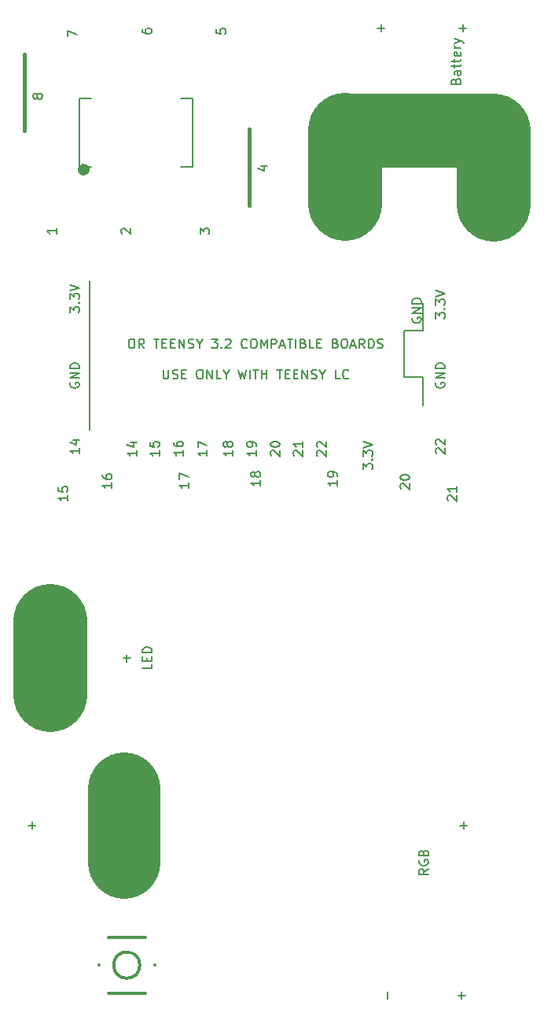
<source format=gto>
%TF.GenerationSoftware,KiCad,Pcbnew,4.0.4+e1-6308~48~ubuntu14.04.1-stable*%
%TF.CreationDate,2016-11-21T12:12:41-08:00*%
%TF.ProjectId,Sample-Set,53616D706C652D5365742E6B69636164,rev?*%
%TF.FileFunction,Legend,Top*%
%FSLAX46Y46*%
G04 Gerber Fmt 4.6, Leading zero omitted, Abs format (unit mm)*
G04 Created by KiCad (PCBNEW 4.0.4+e1-6308~48~ubuntu14.04.1-stable) date Mon Nov 21 12:12:41 2016*
%MOMM*%
%LPD*%
G01*
G04 APERTURE LIST*
%ADD10C,0.350000*%
%ADD11C,7.800000*%
%ADD12C,8.000000*%
%ADD13C,0.150000*%
%ADD14C,0.127000*%
%ADD15C,0.406400*%
%ADD16C,0.800000*%
G04 APERTURE END LIST*
D10*
D11*
X76572000Y-154124000D02*
X76572000Y-146124000D01*
D12*
X68572000Y-136116000D02*
X68572000Y-128116000D01*
D13*
X70342000Y-133616000D02*
X70342000Y-130616000D01*
D14*
X72826000Y-107591000D02*
X72826000Y-91591000D01*
X106727000Y-96891000D02*
X106727000Y-101891000D01*
X108727000Y-96891000D02*
X106727000Y-96891000D01*
X108727000Y-96891000D02*
X108727000Y-93891000D01*
X108727000Y-101891000D02*
X106727000Y-101891000D01*
X108727000Y-101891000D02*
X106727000Y-101891000D01*
X108727000Y-104891000D02*
X108727000Y-101891000D01*
X108727000Y-104891000D02*
X108727000Y-101891000D01*
D15*
X90038000Y-83416000D02*
X90038000Y-75166000D01*
D16*
X72463000Y-79566000D02*
G75*
G03X72463000Y-79566000I-275000J0D01*
G01*
D13*
X71743000Y-79281000D02*
X73013000Y-79281000D01*
X71743000Y-71931000D02*
X73013000Y-71931000D01*
X83953000Y-71931000D02*
X82683000Y-71931000D01*
X83953000Y-79281000D02*
X82683000Y-79281000D01*
X71743000Y-79281000D02*
X71743000Y-71931000D01*
X83953000Y-79281000D02*
X83953000Y-71931000D01*
D15*
X65788000Y-75416000D02*
X65788000Y-67166000D01*
D13*
X74826000Y-168140000D02*
X78826000Y-168140000D01*
X74826000Y-162140000D02*
X78826000Y-162140000D01*
D10*
X73826000Y-165140000D02*
X73826000Y-165140000D01*
X78826000Y-168140000D02*
X74826000Y-168140000D01*
X78826000Y-162140000D02*
X74826000Y-162140000D01*
X79826000Y-165140000D02*
X79826000Y-165140000D01*
X78240214Y-165140000D02*
G75*
G03X78240214Y-165140000I-1414214J0D01*
G01*
D12*
X116346000Y-75362000D02*
X100346000Y-75362000D01*
X116346000Y-83362000D02*
X116346000Y-75362000D01*
X100346000Y-83262000D02*
X100346000Y-75262000D01*
D13*
X66643429Y-150504952D02*
X66643429Y-149743047D01*
X67024381Y-150123999D02*
X66262476Y-150123999D01*
X79643429Y-150504952D02*
X79643429Y-149743047D01*
X79524381Y-132758857D02*
X79524381Y-133235048D01*
X78524381Y-133235048D01*
X79000571Y-132425524D02*
X79000571Y-132092190D01*
X79524381Y-131949333D02*
X79524381Y-132425524D01*
X78524381Y-132425524D01*
X78524381Y-131949333D01*
X79524381Y-131520762D02*
X78524381Y-131520762D01*
X78524381Y-131282667D01*
X78572000Y-131139809D01*
X78667238Y-131044571D01*
X78762476Y-130996952D01*
X78952952Y-130949333D01*
X79095810Y-130949333D01*
X79286286Y-130996952D01*
X79381524Y-131044571D01*
X79476762Y-131139809D01*
X79524381Y-131282667D01*
X79524381Y-131520762D01*
X76843429Y-132496952D02*
X76843429Y-131735047D01*
X77224381Y-132115999D02*
X76462476Y-132115999D01*
X77265618Y-97772381D02*
X77456095Y-97772381D01*
X77551333Y-97820000D01*
X77646571Y-97915238D01*
X77694190Y-98105714D01*
X77694190Y-98439048D01*
X77646571Y-98629524D01*
X77551333Y-98724762D01*
X77456095Y-98772381D01*
X77265618Y-98772381D01*
X77170380Y-98724762D01*
X77075142Y-98629524D01*
X77027523Y-98439048D01*
X77027523Y-98105714D01*
X77075142Y-97915238D01*
X77170380Y-97820000D01*
X77265618Y-97772381D01*
X78694190Y-98772381D02*
X78360856Y-98296190D01*
X78122761Y-98772381D02*
X78122761Y-97772381D01*
X78503714Y-97772381D01*
X78598952Y-97820000D01*
X78646571Y-97867619D01*
X78694190Y-97962857D01*
X78694190Y-98105714D01*
X78646571Y-98200952D01*
X78598952Y-98248571D01*
X78503714Y-98296190D01*
X78122761Y-98296190D01*
X79741809Y-97772381D02*
X80313238Y-97772381D01*
X80027523Y-98772381D02*
X80027523Y-97772381D01*
X80646571Y-98248571D02*
X80979905Y-98248571D01*
X81122762Y-98772381D02*
X80646571Y-98772381D01*
X80646571Y-97772381D01*
X81122762Y-97772381D01*
X81551333Y-98248571D02*
X81884667Y-98248571D01*
X82027524Y-98772381D02*
X81551333Y-98772381D01*
X81551333Y-97772381D01*
X82027524Y-97772381D01*
X82456095Y-98772381D02*
X82456095Y-97772381D01*
X83027524Y-98772381D01*
X83027524Y-97772381D01*
X83456095Y-98724762D02*
X83598952Y-98772381D01*
X83837048Y-98772381D01*
X83932286Y-98724762D01*
X83979905Y-98677143D01*
X84027524Y-98581905D01*
X84027524Y-98486667D01*
X83979905Y-98391429D01*
X83932286Y-98343810D01*
X83837048Y-98296190D01*
X83646571Y-98248571D01*
X83551333Y-98200952D01*
X83503714Y-98153333D01*
X83456095Y-98058095D01*
X83456095Y-97962857D01*
X83503714Y-97867619D01*
X83551333Y-97820000D01*
X83646571Y-97772381D01*
X83884667Y-97772381D01*
X84027524Y-97820000D01*
X84646571Y-98296190D02*
X84646571Y-98772381D01*
X84313238Y-97772381D02*
X84646571Y-98296190D01*
X84979905Y-97772381D01*
X85979905Y-97772381D02*
X86598953Y-97772381D01*
X86265619Y-98153333D01*
X86408477Y-98153333D01*
X86503715Y-98200952D01*
X86551334Y-98248571D01*
X86598953Y-98343810D01*
X86598953Y-98581905D01*
X86551334Y-98677143D01*
X86503715Y-98724762D01*
X86408477Y-98772381D01*
X86122762Y-98772381D01*
X86027524Y-98724762D01*
X85979905Y-98677143D01*
X87027524Y-98677143D02*
X87075143Y-98724762D01*
X87027524Y-98772381D01*
X86979905Y-98724762D01*
X87027524Y-98677143D01*
X87027524Y-98772381D01*
X87456095Y-97867619D02*
X87503714Y-97820000D01*
X87598952Y-97772381D01*
X87837048Y-97772381D01*
X87932286Y-97820000D01*
X87979905Y-97867619D01*
X88027524Y-97962857D01*
X88027524Y-98058095D01*
X87979905Y-98200952D01*
X87408476Y-98772381D01*
X88027524Y-98772381D01*
X89789429Y-98677143D02*
X89741810Y-98724762D01*
X89598953Y-98772381D01*
X89503715Y-98772381D01*
X89360857Y-98724762D01*
X89265619Y-98629524D01*
X89218000Y-98534286D01*
X89170381Y-98343810D01*
X89170381Y-98200952D01*
X89218000Y-98010476D01*
X89265619Y-97915238D01*
X89360857Y-97820000D01*
X89503715Y-97772381D01*
X89598953Y-97772381D01*
X89741810Y-97820000D01*
X89789429Y-97867619D01*
X90408476Y-97772381D02*
X90598953Y-97772381D01*
X90694191Y-97820000D01*
X90789429Y-97915238D01*
X90837048Y-98105714D01*
X90837048Y-98439048D01*
X90789429Y-98629524D01*
X90694191Y-98724762D01*
X90598953Y-98772381D01*
X90408476Y-98772381D01*
X90313238Y-98724762D01*
X90218000Y-98629524D01*
X90170381Y-98439048D01*
X90170381Y-98105714D01*
X90218000Y-97915238D01*
X90313238Y-97820000D01*
X90408476Y-97772381D01*
X91265619Y-98772381D02*
X91265619Y-97772381D01*
X91598953Y-98486667D01*
X91932286Y-97772381D01*
X91932286Y-98772381D01*
X92408476Y-98772381D02*
X92408476Y-97772381D01*
X92789429Y-97772381D01*
X92884667Y-97820000D01*
X92932286Y-97867619D01*
X92979905Y-97962857D01*
X92979905Y-98105714D01*
X92932286Y-98200952D01*
X92884667Y-98248571D01*
X92789429Y-98296190D01*
X92408476Y-98296190D01*
X93360857Y-98486667D02*
X93837048Y-98486667D01*
X93265619Y-98772381D02*
X93598952Y-97772381D01*
X93932286Y-98772381D01*
X94122762Y-97772381D02*
X94694191Y-97772381D01*
X94408476Y-98772381D02*
X94408476Y-97772381D01*
X95027524Y-98772381D02*
X95027524Y-97772381D01*
X95837048Y-98248571D02*
X95979905Y-98296190D01*
X96027524Y-98343810D01*
X96075143Y-98439048D01*
X96075143Y-98581905D01*
X96027524Y-98677143D01*
X95979905Y-98724762D01*
X95884667Y-98772381D01*
X95503714Y-98772381D01*
X95503714Y-97772381D01*
X95837048Y-97772381D01*
X95932286Y-97820000D01*
X95979905Y-97867619D01*
X96027524Y-97962857D01*
X96027524Y-98058095D01*
X95979905Y-98153333D01*
X95932286Y-98200952D01*
X95837048Y-98248571D01*
X95503714Y-98248571D01*
X96979905Y-98772381D02*
X96503714Y-98772381D01*
X96503714Y-97772381D01*
X97313238Y-98248571D02*
X97646572Y-98248571D01*
X97789429Y-98772381D02*
X97313238Y-98772381D01*
X97313238Y-97772381D01*
X97789429Y-97772381D01*
X99313239Y-98248571D02*
X99456096Y-98296190D01*
X99503715Y-98343810D01*
X99551334Y-98439048D01*
X99551334Y-98581905D01*
X99503715Y-98677143D01*
X99456096Y-98724762D01*
X99360858Y-98772381D01*
X98979905Y-98772381D01*
X98979905Y-97772381D01*
X99313239Y-97772381D01*
X99408477Y-97820000D01*
X99456096Y-97867619D01*
X99503715Y-97962857D01*
X99503715Y-98058095D01*
X99456096Y-98153333D01*
X99408477Y-98200952D01*
X99313239Y-98248571D01*
X98979905Y-98248571D01*
X100170381Y-97772381D02*
X100360858Y-97772381D01*
X100456096Y-97820000D01*
X100551334Y-97915238D01*
X100598953Y-98105714D01*
X100598953Y-98439048D01*
X100551334Y-98629524D01*
X100456096Y-98724762D01*
X100360858Y-98772381D01*
X100170381Y-98772381D01*
X100075143Y-98724762D01*
X99979905Y-98629524D01*
X99932286Y-98439048D01*
X99932286Y-98105714D01*
X99979905Y-97915238D01*
X100075143Y-97820000D01*
X100170381Y-97772381D01*
X100979905Y-98486667D02*
X101456096Y-98486667D01*
X100884667Y-98772381D02*
X101218000Y-97772381D01*
X101551334Y-98772381D01*
X102456096Y-98772381D02*
X102122762Y-98296190D01*
X101884667Y-98772381D02*
X101884667Y-97772381D01*
X102265620Y-97772381D01*
X102360858Y-97820000D01*
X102408477Y-97867619D01*
X102456096Y-97962857D01*
X102456096Y-98105714D01*
X102408477Y-98200952D01*
X102360858Y-98248571D01*
X102265620Y-98296190D01*
X101884667Y-98296190D01*
X102884667Y-98772381D02*
X102884667Y-97772381D01*
X103122762Y-97772381D01*
X103265620Y-97820000D01*
X103360858Y-97915238D01*
X103408477Y-98010476D01*
X103456096Y-98200952D01*
X103456096Y-98343810D01*
X103408477Y-98534286D01*
X103360858Y-98629524D01*
X103265620Y-98724762D01*
X103122762Y-98772381D01*
X102884667Y-98772381D01*
X103837048Y-98724762D02*
X103979905Y-98772381D01*
X104218001Y-98772381D01*
X104313239Y-98724762D01*
X104360858Y-98677143D01*
X104408477Y-98581905D01*
X104408477Y-98486667D01*
X104360858Y-98391429D01*
X104313239Y-98343810D01*
X104218001Y-98296190D01*
X104027524Y-98248571D01*
X103932286Y-98200952D01*
X103884667Y-98153333D01*
X103837048Y-98058095D01*
X103837048Y-97962857D01*
X103884667Y-97867619D01*
X103932286Y-97820000D01*
X104027524Y-97772381D01*
X104265620Y-97772381D01*
X104408477Y-97820000D01*
X80765618Y-101074381D02*
X80765618Y-101883905D01*
X80813237Y-101979143D01*
X80860856Y-102026762D01*
X80956094Y-102074381D01*
X81146571Y-102074381D01*
X81241809Y-102026762D01*
X81289428Y-101979143D01*
X81337047Y-101883905D01*
X81337047Y-101074381D01*
X81765618Y-102026762D02*
X81908475Y-102074381D01*
X82146571Y-102074381D01*
X82241809Y-102026762D01*
X82289428Y-101979143D01*
X82337047Y-101883905D01*
X82337047Y-101788667D01*
X82289428Y-101693429D01*
X82241809Y-101645810D01*
X82146571Y-101598190D01*
X81956094Y-101550571D01*
X81860856Y-101502952D01*
X81813237Y-101455333D01*
X81765618Y-101360095D01*
X81765618Y-101264857D01*
X81813237Y-101169619D01*
X81860856Y-101122000D01*
X81956094Y-101074381D01*
X82194190Y-101074381D01*
X82337047Y-101122000D01*
X82765618Y-101550571D02*
X83098952Y-101550571D01*
X83241809Y-102074381D02*
X82765618Y-102074381D01*
X82765618Y-101074381D01*
X83241809Y-101074381D01*
X84622761Y-101074381D02*
X84813238Y-101074381D01*
X84908476Y-101122000D01*
X85003714Y-101217238D01*
X85051333Y-101407714D01*
X85051333Y-101741048D01*
X85003714Y-101931524D01*
X84908476Y-102026762D01*
X84813238Y-102074381D01*
X84622761Y-102074381D01*
X84527523Y-102026762D01*
X84432285Y-101931524D01*
X84384666Y-101741048D01*
X84384666Y-101407714D01*
X84432285Y-101217238D01*
X84527523Y-101122000D01*
X84622761Y-101074381D01*
X85479904Y-102074381D02*
X85479904Y-101074381D01*
X86051333Y-102074381D01*
X86051333Y-101074381D01*
X87003714Y-102074381D02*
X86527523Y-102074381D01*
X86527523Y-101074381D01*
X87527523Y-101598190D02*
X87527523Y-102074381D01*
X87194190Y-101074381D02*
X87527523Y-101598190D01*
X87860857Y-101074381D01*
X88860857Y-101074381D02*
X89098952Y-102074381D01*
X89289429Y-101360095D01*
X89479905Y-102074381D01*
X89718000Y-101074381D01*
X90098952Y-102074381D02*
X90098952Y-101074381D01*
X90432285Y-101074381D02*
X91003714Y-101074381D01*
X90717999Y-102074381D02*
X90717999Y-101074381D01*
X91337047Y-102074381D02*
X91337047Y-101074381D01*
X91337047Y-101550571D02*
X91908476Y-101550571D01*
X91908476Y-102074381D02*
X91908476Y-101074381D01*
X93003714Y-101074381D02*
X93575143Y-101074381D01*
X93289428Y-102074381D02*
X93289428Y-101074381D01*
X93908476Y-101550571D02*
X94241810Y-101550571D01*
X94384667Y-102074381D02*
X93908476Y-102074381D01*
X93908476Y-101074381D01*
X94384667Y-101074381D01*
X94813238Y-101550571D02*
X95146572Y-101550571D01*
X95289429Y-102074381D02*
X94813238Y-102074381D01*
X94813238Y-101074381D01*
X95289429Y-101074381D01*
X95718000Y-102074381D02*
X95718000Y-101074381D01*
X96289429Y-102074381D01*
X96289429Y-101074381D01*
X96718000Y-102026762D02*
X96860857Y-102074381D01*
X97098953Y-102074381D01*
X97194191Y-102026762D01*
X97241810Y-101979143D01*
X97289429Y-101883905D01*
X97289429Y-101788667D01*
X97241810Y-101693429D01*
X97194191Y-101645810D01*
X97098953Y-101598190D01*
X96908476Y-101550571D01*
X96813238Y-101502952D01*
X96765619Y-101455333D01*
X96718000Y-101360095D01*
X96718000Y-101264857D01*
X96765619Y-101169619D01*
X96813238Y-101122000D01*
X96908476Y-101074381D01*
X97146572Y-101074381D01*
X97289429Y-101122000D01*
X97908476Y-101598190D02*
X97908476Y-102074381D01*
X97575143Y-101074381D02*
X97908476Y-101598190D01*
X98241810Y-101074381D01*
X99813239Y-102074381D02*
X99337048Y-102074381D01*
X99337048Y-101074381D01*
X100718001Y-101979143D02*
X100670382Y-102026762D01*
X100527525Y-102074381D01*
X100432287Y-102074381D01*
X100289429Y-102026762D01*
X100194191Y-101931524D01*
X100146572Y-101836286D01*
X100098953Y-101645810D01*
X100098953Y-101502952D01*
X100146572Y-101312476D01*
X100194191Y-101217238D01*
X100289429Y-101122000D01*
X100432287Y-101074381D01*
X100527525Y-101074381D01*
X100670382Y-101122000D01*
X100718001Y-101169619D01*
X102278381Y-111817190D02*
X102278381Y-111198142D01*
X102659333Y-111531476D01*
X102659333Y-111388618D01*
X102706952Y-111293380D01*
X102754571Y-111245761D01*
X102849810Y-111198142D01*
X103087905Y-111198142D01*
X103183143Y-111245761D01*
X103230762Y-111293380D01*
X103278381Y-111388618D01*
X103278381Y-111674333D01*
X103230762Y-111769571D01*
X103183143Y-111817190D01*
X103183143Y-110769571D02*
X103230762Y-110721952D01*
X103278381Y-110769571D01*
X103230762Y-110817190D01*
X103183143Y-110769571D01*
X103278381Y-110769571D01*
X102278381Y-110388619D02*
X102278381Y-109769571D01*
X102659333Y-110102905D01*
X102659333Y-109960047D01*
X102706952Y-109864809D01*
X102754571Y-109817190D01*
X102849810Y-109769571D01*
X103087905Y-109769571D01*
X103183143Y-109817190D01*
X103230762Y-109864809D01*
X103278381Y-109960047D01*
X103278381Y-110245762D01*
X103230762Y-110341000D01*
X103183143Y-110388619D01*
X102278381Y-109483857D02*
X103278381Y-109150524D01*
X102278381Y-108817190D01*
X83468381Y-113241476D02*
X83468381Y-113812905D01*
X83468381Y-113527191D02*
X82468381Y-113527191D01*
X82611238Y-113622429D01*
X82706476Y-113717667D01*
X82754095Y-113812905D01*
X82468381Y-112908143D02*
X82468381Y-112241476D01*
X83468381Y-112670048D01*
X75218381Y-113241476D02*
X75218381Y-113812905D01*
X75218381Y-113527191D02*
X74218381Y-113527191D01*
X74361238Y-113622429D01*
X74456476Y-113717667D01*
X74504095Y-113812905D01*
X74218381Y-112384333D02*
X74218381Y-112574810D01*
X74266000Y-112670048D01*
X74313619Y-112717667D01*
X74456476Y-112812905D01*
X74646952Y-112860524D01*
X75027905Y-112860524D01*
X75123143Y-112812905D01*
X75170762Y-112765286D01*
X75218381Y-112670048D01*
X75218381Y-112479571D01*
X75170762Y-112384333D01*
X75123143Y-112336714D01*
X75027905Y-112289095D01*
X74789810Y-112289095D01*
X74694571Y-112336714D01*
X74646952Y-112384333D01*
X74599333Y-112479571D01*
X74599333Y-112670048D01*
X74646952Y-112765286D01*
X74694571Y-112812905D01*
X74789810Y-112860524D01*
X107601000Y-95492904D02*
X107553381Y-95588142D01*
X107553381Y-95730999D01*
X107601000Y-95873857D01*
X107696238Y-95969095D01*
X107791476Y-96016714D01*
X107981952Y-96064333D01*
X108124810Y-96064333D01*
X108315286Y-96016714D01*
X108410524Y-95969095D01*
X108505762Y-95873857D01*
X108553381Y-95730999D01*
X108553381Y-95635761D01*
X108505762Y-95492904D01*
X108458143Y-95445285D01*
X108124810Y-95445285D01*
X108124810Y-95635761D01*
X108553381Y-95016714D02*
X107553381Y-95016714D01*
X108553381Y-94445285D01*
X107553381Y-94445285D01*
X108553381Y-93969095D02*
X107553381Y-93969095D01*
X107553381Y-93731000D01*
X107601000Y-93588142D01*
X107696238Y-93492904D01*
X107791476Y-93445285D01*
X107981952Y-93397666D01*
X108124810Y-93397666D01*
X108315286Y-93445285D01*
X108410524Y-93492904D01*
X108505762Y-93588142D01*
X108553381Y-93731000D01*
X108553381Y-93969095D01*
X94873619Y-110352905D02*
X94826000Y-110305286D01*
X94778381Y-110210048D01*
X94778381Y-109971952D01*
X94826000Y-109876714D01*
X94873619Y-109829095D01*
X94968857Y-109781476D01*
X95064095Y-109781476D01*
X95206952Y-109829095D01*
X95778381Y-110400524D01*
X95778381Y-109781476D01*
X95778381Y-108829095D02*
X95778381Y-109400524D01*
X95778381Y-109114810D02*
X94778381Y-109114810D01*
X94921238Y-109210048D01*
X95016476Y-109305286D01*
X95064095Y-109400524D01*
X82878381Y-109731476D02*
X82878381Y-110302905D01*
X82878381Y-110017191D02*
X81878381Y-110017191D01*
X82021238Y-110112429D01*
X82116476Y-110207667D01*
X82164095Y-110302905D01*
X81878381Y-108874333D02*
X81878381Y-109064810D01*
X81926000Y-109160048D01*
X81973619Y-109207667D01*
X82116476Y-109302905D01*
X82306952Y-109350524D01*
X82687905Y-109350524D01*
X82783143Y-109302905D01*
X82830762Y-109255286D01*
X82878381Y-109160048D01*
X82878381Y-108969571D01*
X82830762Y-108874333D01*
X82783143Y-108826714D01*
X82687905Y-108779095D01*
X82449810Y-108779095D01*
X82354571Y-108826714D01*
X82306952Y-108874333D01*
X82259333Y-108969571D01*
X82259333Y-109160048D01*
X82306952Y-109255286D01*
X82354571Y-109302905D01*
X82449810Y-109350524D01*
X85479381Y-109781476D02*
X85479381Y-110352905D01*
X85479381Y-110067191D02*
X84479381Y-110067191D01*
X84622238Y-110162429D01*
X84717476Y-110257667D01*
X84765095Y-110352905D01*
X84479381Y-109448143D02*
X84479381Y-108781476D01*
X85479381Y-109210048D01*
X99468381Y-112991476D02*
X99468381Y-113562905D01*
X99468381Y-113277191D02*
X98468381Y-113277191D01*
X98611238Y-113372429D01*
X98706476Y-113467667D01*
X98754095Y-113562905D01*
X99468381Y-112515286D02*
X99468381Y-112324810D01*
X99420762Y-112229571D01*
X99373143Y-112181952D01*
X99230286Y-112086714D01*
X99039810Y-112039095D01*
X98658857Y-112039095D01*
X98563619Y-112086714D01*
X98516000Y-112134333D01*
X98468381Y-112229571D01*
X98468381Y-112420048D01*
X98516000Y-112515286D01*
X98563619Y-112562905D01*
X98658857Y-112610524D01*
X98896952Y-112610524D01*
X98992190Y-112562905D01*
X99039810Y-112515286D01*
X99087429Y-112420048D01*
X99087429Y-112229571D01*
X99039810Y-112134333D01*
X98992190Y-112086714D01*
X98896952Y-112039095D01*
X80328381Y-109781476D02*
X80328381Y-110352905D01*
X80328381Y-110067191D02*
X79328381Y-110067191D01*
X79471238Y-110162429D01*
X79566476Y-110257667D01*
X79614095Y-110352905D01*
X79328381Y-108876714D02*
X79328381Y-109352905D01*
X79804571Y-109400524D01*
X79756952Y-109352905D01*
X79709333Y-109257667D01*
X79709333Y-109019571D01*
X79756952Y-108924333D01*
X79804571Y-108876714D01*
X79899810Y-108829095D01*
X80137905Y-108829095D01*
X80233143Y-108876714D01*
X80280762Y-108924333D01*
X80328381Y-109019571D01*
X80328381Y-109257667D01*
X80280762Y-109352905D01*
X80233143Y-109400524D01*
X91218381Y-112991476D02*
X91218381Y-113562905D01*
X91218381Y-113277191D02*
X90218381Y-113277191D01*
X90361238Y-113372429D01*
X90456476Y-113467667D01*
X90504095Y-113562905D01*
X90646952Y-112420048D02*
X90599333Y-112515286D01*
X90551714Y-112562905D01*
X90456476Y-112610524D01*
X90408857Y-112610524D01*
X90313619Y-112562905D01*
X90266000Y-112515286D01*
X90218381Y-112420048D01*
X90218381Y-112229571D01*
X90266000Y-112134333D01*
X90313619Y-112086714D01*
X90408857Y-112039095D01*
X90456476Y-112039095D01*
X90551714Y-112086714D01*
X90599333Y-112134333D01*
X90646952Y-112229571D01*
X90646952Y-112420048D01*
X90694571Y-112515286D01*
X90742190Y-112562905D01*
X90837429Y-112610524D01*
X91027905Y-112610524D01*
X91123143Y-112562905D01*
X91170762Y-112515286D01*
X91218381Y-112420048D01*
X91218381Y-112229571D01*
X91170762Y-112134333D01*
X91123143Y-112086714D01*
X91027905Y-112039095D01*
X90837429Y-112039095D01*
X90742190Y-112086714D01*
X90694571Y-112134333D01*
X90646952Y-112229571D01*
X106378619Y-113907905D02*
X106331000Y-113860286D01*
X106283381Y-113765048D01*
X106283381Y-113526952D01*
X106331000Y-113431714D01*
X106378619Y-113384095D01*
X106473857Y-113336476D01*
X106569095Y-113336476D01*
X106711952Y-113384095D01*
X107283381Y-113955524D01*
X107283381Y-113336476D01*
X106283381Y-112717429D02*
X106283381Y-112622190D01*
X106331000Y-112526952D01*
X106378619Y-112479333D01*
X106473857Y-112431714D01*
X106664333Y-112384095D01*
X106902429Y-112384095D01*
X107092905Y-112431714D01*
X107188143Y-112479333D01*
X107235762Y-112526952D01*
X107283381Y-112622190D01*
X107283381Y-112717429D01*
X107235762Y-112812667D01*
X107188143Y-112860286D01*
X107092905Y-112907905D01*
X106902429Y-112955524D01*
X106664333Y-112955524D01*
X106473857Y-112907905D01*
X106378619Y-112860286D01*
X106331000Y-112812667D01*
X106283381Y-112717429D01*
X97374619Y-110352905D02*
X97327000Y-110305286D01*
X97279381Y-110210048D01*
X97279381Y-109971952D01*
X97327000Y-109876714D01*
X97374619Y-109829095D01*
X97469857Y-109781476D01*
X97565095Y-109781476D01*
X97707952Y-109829095D01*
X98279381Y-110400524D01*
X98279381Y-109781476D01*
X97374619Y-109400524D02*
X97327000Y-109352905D01*
X97279381Y-109257667D01*
X97279381Y-109019571D01*
X97327000Y-108924333D01*
X97374619Y-108876714D01*
X97469857Y-108829095D01*
X97565095Y-108829095D01*
X97707952Y-108876714D01*
X98279381Y-109448143D01*
X98279381Y-108829095D01*
X70453381Y-114606476D02*
X70453381Y-115177905D01*
X70453381Y-114892191D02*
X69453381Y-114892191D01*
X69596238Y-114987429D01*
X69691476Y-115082667D01*
X69739095Y-115177905D01*
X69453381Y-113701714D02*
X69453381Y-114177905D01*
X69929571Y-114225524D01*
X69881952Y-114177905D01*
X69834333Y-114082667D01*
X69834333Y-113844571D01*
X69881952Y-113749333D01*
X69929571Y-113701714D01*
X70024810Y-113654095D01*
X70262905Y-113654095D01*
X70358143Y-113701714D01*
X70405762Y-113749333D01*
X70453381Y-113844571D01*
X70453381Y-114082667D01*
X70405762Y-114177905D01*
X70358143Y-114225524D01*
X77878381Y-109781476D02*
X77878381Y-110352905D01*
X77878381Y-110067191D02*
X76878381Y-110067191D01*
X77021238Y-110162429D01*
X77116476Y-110257667D01*
X77164095Y-110352905D01*
X77211714Y-108924333D02*
X77878381Y-108924333D01*
X76830762Y-109162429D02*
X77545048Y-109400524D01*
X77545048Y-108781476D01*
X92408619Y-110352905D02*
X92361000Y-110305286D01*
X92313381Y-110210048D01*
X92313381Y-109971952D01*
X92361000Y-109876714D01*
X92408619Y-109829095D01*
X92503857Y-109781476D01*
X92599095Y-109781476D01*
X92741952Y-109829095D01*
X93313381Y-110400524D01*
X93313381Y-109781476D01*
X92313381Y-109162429D02*
X92313381Y-109067190D01*
X92361000Y-108971952D01*
X92408619Y-108924333D01*
X92503857Y-108876714D01*
X92694333Y-108829095D01*
X92932429Y-108829095D01*
X93122905Y-108876714D01*
X93218143Y-108924333D01*
X93265762Y-108971952D01*
X93313381Y-109067190D01*
X93313381Y-109162429D01*
X93265762Y-109257667D01*
X93218143Y-109305286D01*
X93122905Y-109352905D01*
X92932429Y-109400524D01*
X92694333Y-109400524D01*
X92503857Y-109352905D01*
X92408619Y-109305286D01*
X92361000Y-109257667D01*
X92313381Y-109162429D01*
X90773381Y-109781476D02*
X90773381Y-110352905D01*
X90773381Y-110067191D02*
X89773381Y-110067191D01*
X89916238Y-110162429D01*
X90011476Y-110257667D01*
X90059095Y-110352905D01*
X90773381Y-109305286D02*
X90773381Y-109114810D01*
X90725762Y-109019571D01*
X90678143Y-108971952D01*
X90535286Y-108876714D01*
X90344810Y-108829095D01*
X89963857Y-108829095D01*
X89868619Y-108876714D01*
X89821000Y-108924333D01*
X89773381Y-109019571D01*
X89773381Y-109210048D01*
X89821000Y-109305286D01*
X89868619Y-109352905D01*
X89963857Y-109400524D01*
X90201952Y-109400524D01*
X90297190Y-109352905D01*
X90344810Y-109305286D01*
X90392429Y-109210048D01*
X90392429Y-109019571D01*
X90344810Y-108924333D01*
X90297190Y-108876714D01*
X90201952Y-108829095D01*
X88233381Y-109781476D02*
X88233381Y-110352905D01*
X88233381Y-110067191D02*
X87233381Y-110067191D01*
X87376238Y-110162429D01*
X87471476Y-110257667D01*
X87519095Y-110352905D01*
X87661952Y-109210048D02*
X87614333Y-109305286D01*
X87566714Y-109352905D01*
X87471476Y-109400524D01*
X87423857Y-109400524D01*
X87328619Y-109352905D01*
X87281000Y-109305286D01*
X87233381Y-109210048D01*
X87233381Y-109019571D01*
X87281000Y-108924333D01*
X87328619Y-108876714D01*
X87423857Y-108829095D01*
X87471476Y-108829095D01*
X87566714Y-108876714D01*
X87614333Y-108924333D01*
X87661952Y-109019571D01*
X87661952Y-109210048D01*
X87709571Y-109305286D01*
X87757190Y-109352905D01*
X87852429Y-109400524D01*
X88042905Y-109400524D01*
X88138143Y-109352905D01*
X88185762Y-109305286D01*
X88233381Y-109210048D01*
X88233381Y-109019571D01*
X88185762Y-108924333D01*
X88138143Y-108876714D01*
X88042905Y-108829095D01*
X87852429Y-108829095D01*
X87757190Y-108876714D01*
X87709571Y-108924333D01*
X87661952Y-109019571D01*
X71723381Y-109526476D02*
X71723381Y-110097905D01*
X71723381Y-109812191D02*
X70723381Y-109812191D01*
X70866238Y-109907429D01*
X70961476Y-110002667D01*
X71009095Y-110097905D01*
X71056714Y-108669333D02*
X71723381Y-108669333D01*
X70675762Y-108907429D02*
X71390048Y-109145524D01*
X71390048Y-108526476D01*
X111458619Y-115177905D02*
X111411000Y-115130286D01*
X111363381Y-115035048D01*
X111363381Y-114796952D01*
X111411000Y-114701714D01*
X111458619Y-114654095D01*
X111553857Y-114606476D01*
X111649095Y-114606476D01*
X111791952Y-114654095D01*
X112363381Y-115225524D01*
X112363381Y-114606476D01*
X112363381Y-113654095D02*
X112363381Y-114225524D01*
X112363381Y-113939810D02*
X111363381Y-113939810D01*
X111506238Y-114035048D01*
X111601476Y-114130286D01*
X111649095Y-114225524D01*
X110188619Y-110097905D02*
X110141000Y-110050286D01*
X110093381Y-109955048D01*
X110093381Y-109716952D01*
X110141000Y-109621714D01*
X110188619Y-109574095D01*
X110283857Y-109526476D01*
X110379095Y-109526476D01*
X110521952Y-109574095D01*
X111093381Y-110145524D01*
X111093381Y-109526476D01*
X110188619Y-109145524D02*
X110141000Y-109097905D01*
X110093381Y-109002667D01*
X110093381Y-108764571D01*
X110141000Y-108669333D01*
X110188619Y-108621714D01*
X110283857Y-108574095D01*
X110379095Y-108574095D01*
X110521952Y-108621714D01*
X111093381Y-109193143D01*
X111093381Y-108574095D01*
X70771000Y-102477904D02*
X70723381Y-102573142D01*
X70723381Y-102715999D01*
X70771000Y-102858857D01*
X70866238Y-102954095D01*
X70961476Y-103001714D01*
X71151952Y-103049333D01*
X71294810Y-103049333D01*
X71485286Y-103001714D01*
X71580524Y-102954095D01*
X71675762Y-102858857D01*
X71723381Y-102715999D01*
X71723381Y-102620761D01*
X71675762Y-102477904D01*
X71628143Y-102430285D01*
X71294810Y-102430285D01*
X71294810Y-102620761D01*
X71723381Y-102001714D02*
X70723381Y-102001714D01*
X71723381Y-101430285D01*
X70723381Y-101430285D01*
X71723381Y-100954095D02*
X70723381Y-100954095D01*
X70723381Y-100716000D01*
X70771000Y-100573142D01*
X70866238Y-100477904D01*
X70961476Y-100430285D01*
X71151952Y-100382666D01*
X71294810Y-100382666D01*
X71485286Y-100430285D01*
X71580524Y-100477904D01*
X71675762Y-100573142D01*
X71723381Y-100716000D01*
X71723381Y-100954095D01*
X70723381Y-94937190D02*
X70723381Y-94318142D01*
X71104333Y-94651476D01*
X71104333Y-94508618D01*
X71151952Y-94413380D01*
X71199571Y-94365761D01*
X71294810Y-94318142D01*
X71532905Y-94318142D01*
X71628143Y-94365761D01*
X71675762Y-94413380D01*
X71723381Y-94508618D01*
X71723381Y-94794333D01*
X71675762Y-94889571D01*
X71628143Y-94937190D01*
X71628143Y-93889571D02*
X71675762Y-93841952D01*
X71723381Y-93889571D01*
X71675762Y-93937190D01*
X71628143Y-93889571D01*
X71723381Y-93889571D01*
X70723381Y-93508619D02*
X70723381Y-92889571D01*
X71104333Y-93222905D01*
X71104333Y-93080047D01*
X71151952Y-92984809D01*
X71199571Y-92937190D01*
X71294810Y-92889571D01*
X71532905Y-92889571D01*
X71628143Y-92937190D01*
X71675762Y-92984809D01*
X71723381Y-93080047D01*
X71723381Y-93365762D01*
X71675762Y-93461000D01*
X71628143Y-93508619D01*
X70723381Y-92603857D02*
X71723381Y-92270524D01*
X70723381Y-91937190D01*
X110093381Y-95572190D02*
X110093381Y-94953142D01*
X110474333Y-95286476D01*
X110474333Y-95143618D01*
X110521952Y-95048380D01*
X110569571Y-95000761D01*
X110664810Y-94953142D01*
X110902905Y-94953142D01*
X110998143Y-95000761D01*
X111045762Y-95048380D01*
X111093381Y-95143618D01*
X111093381Y-95429333D01*
X111045762Y-95524571D01*
X110998143Y-95572190D01*
X110998143Y-94524571D02*
X111045762Y-94476952D01*
X111093381Y-94524571D01*
X111045762Y-94572190D01*
X110998143Y-94524571D01*
X111093381Y-94524571D01*
X110093381Y-94143619D02*
X110093381Y-93524571D01*
X110474333Y-93857905D01*
X110474333Y-93715047D01*
X110521952Y-93619809D01*
X110569571Y-93572190D01*
X110664810Y-93524571D01*
X110902905Y-93524571D01*
X110998143Y-93572190D01*
X111045762Y-93619809D01*
X111093381Y-93715047D01*
X111093381Y-94000762D01*
X111045762Y-94096000D01*
X110998143Y-94143619D01*
X110093381Y-93238857D02*
X111093381Y-92905524D01*
X110093381Y-92572190D01*
X107601000Y-95492904D02*
X107553381Y-95588142D01*
X107553381Y-95730999D01*
X107601000Y-95873857D01*
X107696238Y-95969095D01*
X107791476Y-96016714D01*
X107981952Y-96064333D01*
X108124810Y-96064333D01*
X108315286Y-96016714D01*
X108410524Y-95969095D01*
X108505762Y-95873857D01*
X108553381Y-95730999D01*
X108553381Y-95635761D01*
X108505762Y-95492904D01*
X108458143Y-95445285D01*
X108124810Y-95445285D01*
X108124810Y-95635761D01*
X108553381Y-95016714D02*
X107553381Y-95016714D01*
X108553381Y-94445285D01*
X107553381Y-94445285D01*
X108553381Y-93969095D02*
X107553381Y-93969095D01*
X107553381Y-93731000D01*
X107601000Y-93588142D01*
X107696238Y-93492904D01*
X107791476Y-93445285D01*
X107981952Y-93397666D01*
X108124810Y-93397666D01*
X108315286Y-93445285D01*
X108410524Y-93492904D01*
X108505762Y-93588142D01*
X108553381Y-93731000D01*
X108553381Y-93969095D01*
X110141000Y-102477904D02*
X110093381Y-102573142D01*
X110093381Y-102715999D01*
X110141000Y-102858857D01*
X110236238Y-102954095D01*
X110331476Y-103001714D01*
X110521952Y-103049333D01*
X110664810Y-103049333D01*
X110855286Y-103001714D01*
X110950524Y-102954095D01*
X111045762Y-102858857D01*
X111093381Y-102715999D01*
X111093381Y-102620761D01*
X111045762Y-102477904D01*
X110998143Y-102430285D01*
X110664810Y-102430285D01*
X110664810Y-102620761D01*
X111093381Y-102001714D02*
X110093381Y-102001714D01*
X111093381Y-101430285D01*
X110093381Y-101430285D01*
X111093381Y-100954095D02*
X110093381Y-100954095D01*
X110093381Y-100716000D01*
X110141000Y-100573142D01*
X110236238Y-100477904D01*
X110331476Y-100430285D01*
X110521952Y-100382666D01*
X110664810Y-100382666D01*
X110855286Y-100430285D01*
X110950524Y-100477904D01*
X111045762Y-100573142D01*
X111093381Y-100716000D01*
X111093381Y-100954095D01*
X69240381Y-85880285D02*
X69240381Y-86451714D01*
X69240381Y-86166000D02*
X68240381Y-86166000D01*
X68383238Y-86261238D01*
X68478476Y-86356476D01*
X68526095Y-86451714D01*
X67168952Y-71761238D02*
X67121333Y-71856476D01*
X67073714Y-71904095D01*
X66978476Y-71951714D01*
X66930857Y-71951714D01*
X66835619Y-71904095D01*
X66788000Y-71856476D01*
X66740381Y-71761238D01*
X66740381Y-71570761D01*
X66788000Y-71475523D01*
X66835619Y-71427904D01*
X66930857Y-71380285D01*
X66978476Y-71380285D01*
X67073714Y-71427904D01*
X67121333Y-71475523D01*
X67168952Y-71570761D01*
X67168952Y-71761238D01*
X67216571Y-71856476D01*
X67264190Y-71904095D01*
X67359429Y-71951714D01*
X67549905Y-71951714D01*
X67645143Y-71904095D01*
X67692762Y-71856476D01*
X67740381Y-71761238D01*
X67740381Y-71570761D01*
X67692762Y-71475523D01*
X67645143Y-71427904D01*
X67549905Y-71380285D01*
X67359429Y-71380285D01*
X67264190Y-71427904D01*
X67216571Y-71475523D01*
X67168952Y-71570761D01*
X70490381Y-65249333D02*
X70490381Y-64582666D01*
X71490381Y-65011238D01*
X78490381Y-64475523D02*
X78490381Y-64666000D01*
X78538000Y-64761238D01*
X78585619Y-64808857D01*
X78728476Y-64904095D01*
X78918952Y-64951714D01*
X79299905Y-64951714D01*
X79395143Y-64904095D01*
X79442762Y-64856476D01*
X79490381Y-64761238D01*
X79490381Y-64570761D01*
X79442762Y-64475523D01*
X79395143Y-64427904D01*
X79299905Y-64380285D01*
X79061810Y-64380285D01*
X78966571Y-64427904D01*
X78918952Y-64475523D01*
X78871333Y-64570761D01*
X78871333Y-64761238D01*
X78918952Y-64856476D01*
X78966571Y-64904095D01*
X79061810Y-64951714D01*
X86490381Y-64427904D02*
X86490381Y-64904095D01*
X86966571Y-64951714D01*
X86918952Y-64904095D01*
X86871333Y-64808857D01*
X86871333Y-64570761D01*
X86918952Y-64475523D01*
X86966571Y-64427904D01*
X87061810Y-64380285D01*
X87299905Y-64380285D01*
X87395143Y-64427904D01*
X87442762Y-64475523D01*
X87490381Y-64570761D01*
X87490381Y-64808857D01*
X87442762Y-64904095D01*
X87395143Y-64951714D01*
X91323714Y-79225523D02*
X91990381Y-79225523D01*
X90942762Y-79463619D02*
X91657048Y-79701714D01*
X91657048Y-79082666D01*
X76335619Y-86451714D02*
X76288000Y-86404095D01*
X76240381Y-86308857D01*
X76240381Y-86070761D01*
X76288000Y-85975523D01*
X76335619Y-85927904D01*
X76430857Y-85880285D01*
X76526095Y-85880285D01*
X76668952Y-85927904D01*
X77240381Y-86499333D01*
X77240381Y-85880285D01*
X84740381Y-86499333D02*
X84740381Y-85880285D01*
X85121333Y-86213619D01*
X85121333Y-86070761D01*
X85168952Y-85975523D01*
X85216571Y-85927904D01*
X85311810Y-85880285D01*
X85549905Y-85880285D01*
X85645143Y-85927904D01*
X85692762Y-85975523D01*
X85740381Y-86070761D01*
X85740381Y-86356476D01*
X85692762Y-86451714D01*
X85645143Y-86499333D01*
X112274571Y-70033429D02*
X112322190Y-69890572D01*
X112369810Y-69842953D01*
X112465048Y-69795334D01*
X112607905Y-69795334D01*
X112703143Y-69842953D01*
X112750762Y-69890572D01*
X112798381Y-69985810D01*
X112798381Y-70366763D01*
X111798381Y-70366763D01*
X111798381Y-70033429D01*
X111846000Y-69938191D01*
X111893619Y-69890572D01*
X111988857Y-69842953D01*
X112084095Y-69842953D01*
X112179333Y-69890572D01*
X112226952Y-69938191D01*
X112274571Y-70033429D01*
X112274571Y-70366763D01*
X112798381Y-68938191D02*
X112274571Y-68938191D01*
X112179333Y-68985810D01*
X112131714Y-69081048D01*
X112131714Y-69271525D01*
X112179333Y-69366763D01*
X112750762Y-68938191D02*
X112798381Y-69033429D01*
X112798381Y-69271525D01*
X112750762Y-69366763D01*
X112655524Y-69414382D01*
X112560286Y-69414382D01*
X112465048Y-69366763D01*
X112417429Y-69271525D01*
X112417429Y-69033429D01*
X112369810Y-68938191D01*
X112131714Y-68604858D02*
X112131714Y-68223906D01*
X111798381Y-68462001D02*
X112655524Y-68462001D01*
X112750762Y-68414382D01*
X112798381Y-68319144D01*
X112798381Y-68223906D01*
X112131714Y-68033429D02*
X112131714Y-67652477D01*
X111798381Y-67890572D02*
X112655524Y-67890572D01*
X112750762Y-67842953D01*
X112798381Y-67747715D01*
X112798381Y-67652477D01*
X112750762Y-66938190D02*
X112798381Y-67033428D01*
X112798381Y-67223905D01*
X112750762Y-67319143D01*
X112655524Y-67366762D01*
X112274571Y-67366762D01*
X112179333Y-67319143D01*
X112131714Y-67223905D01*
X112131714Y-67033428D01*
X112179333Y-66938190D01*
X112274571Y-66890571D01*
X112369810Y-66890571D01*
X112465048Y-67366762D01*
X112798381Y-66462000D02*
X112131714Y-66462000D01*
X112322190Y-66462000D02*
X112226952Y-66414381D01*
X112179333Y-66366762D01*
X112131714Y-66271524D01*
X112131714Y-66176285D01*
X112131714Y-65938190D02*
X112798381Y-65700095D01*
X112131714Y-65461999D02*
X112798381Y-65700095D01*
X113036476Y-65795333D01*
X113084095Y-65842952D01*
X113131714Y-65938190D01*
X104217429Y-64742952D02*
X104217429Y-63981047D01*
X104598381Y-64361999D02*
X103836476Y-64361999D01*
X113017429Y-64742952D02*
X113017429Y-63981047D01*
X113398381Y-64361999D02*
X112636476Y-64361999D01*
X112913429Y-168774952D02*
X112913429Y-168013047D01*
X113294381Y-168393999D02*
X112532476Y-168393999D01*
X104913429Y-168774952D02*
X104913429Y-168013047D01*
X109302381Y-154814476D02*
X108826190Y-155147810D01*
X109302381Y-155385905D02*
X108302381Y-155385905D01*
X108302381Y-155004952D01*
X108350000Y-154909714D01*
X108397619Y-154862095D01*
X108492857Y-154814476D01*
X108635714Y-154814476D01*
X108730952Y-154862095D01*
X108778571Y-154909714D01*
X108826190Y-155004952D01*
X108826190Y-155385905D01*
X108350000Y-153862095D02*
X108302381Y-153957333D01*
X108302381Y-154100190D01*
X108350000Y-154243048D01*
X108445238Y-154338286D01*
X108540476Y-154385905D01*
X108730952Y-154433524D01*
X108873810Y-154433524D01*
X109064286Y-154385905D01*
X109159524Y-154338286D01*
X109254762Y-154243048D01*
X109302381Y-154100190D01*
X109302381Y-154004952D01*
X109254762Y-153862095D01*
X109207143Y-153814476D01*
X108873810Y-153814476D01*
X108873810Y-154004952D01*
X108778571Y-153052571D02*
X108826190Y-152909714D01*
X108873810Y-152862095D01*
X108969048Y-152814476D01*
X109111905Y-152814476D01*
X109207143Y-152862095D01*
X109254762Y-152909714D01*
X109302381Y-153004952D01*
X109302381Y-153385905D01*
X108302381Y-153385905D01*
X108302381Y-153052571D01*
X108350000Y-152957333D01*
X108397619Y-152909714D01*
X108492857Y-152862095D01*
X108588095Y-152862095D01*
X108683333Y-152909714D01*
X108730952Y-152957333D01*
X108778571Y-153052571D01*
X108778571Y-153385905D01*
X113121429Y-150504952D02*
X113121429Y-149743047D01*
X113502381Y-150123999D02*
X112740476Y-150123999D01*
M02*

</source>
